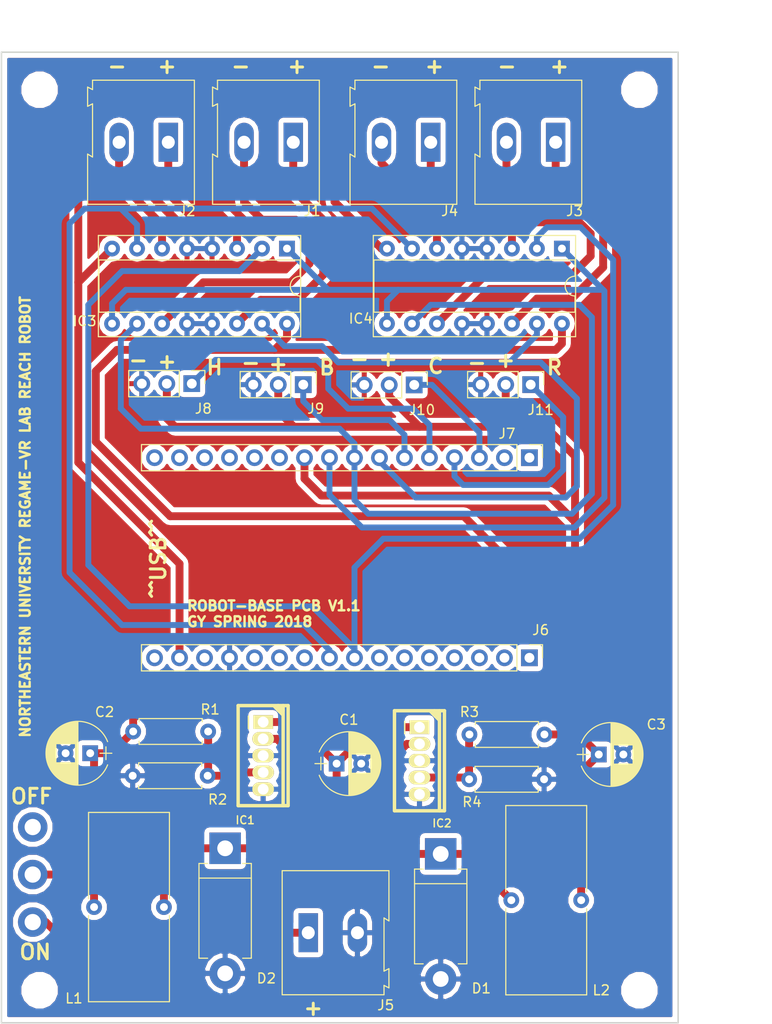
<source format=kicad_pcb>
(kicad_pcb (version 4) (host pcbnew 4.0.7)
  (layers (0 F.Cu signal) (31 B.Cu signal) (34 B.Paste user hide) (35 F.Paste user hide) (36 B.SilkS user) (37 F.SilkS user) (38 B.Mask user) (39 F.Mask user) (44 Edge.Cuts user))
  (net 0 "")
  (net 1 "Net-(C1-Pad1)")
  (net 2 GND)
  (net 3 IC1_7.4V)
  (net 4 IC2_5V)
  (net 5 "Net-(IC1-Pad4)")
  (net 6 WHEEL_EN)
  (net 7 LEFT_FORWARD)
  (net 8 "Net-(IC3-Pad3)")
  (net 9 "Net-(IC3-Pad6)")
  (net 10 LEFT_BACKWARDS)
  (net 11 RIGHT_BACKWARDS)
  (net 12 "Net-(IC3-Pad11)")
  (net 13 "Net-(IC3-Pad14)")
  (net 14 RIGHT_FORWARD)
  (net 15 "Net-(IC4-Pad3)")
  (net 16 "Net-(IC4-Pad6)")
  (net 17 "Net-(IC4-Pad11)")
  (net 18 "Net-(IC4-Pad14)")
  (net 19 "Net-(J6-Pad1)")
  (net 20 "Net-(J6-Pad2)")
  (net 21 "Net-(J6-Pad3)")
  (net 22 "Net-(J6-Pad4)")
  (net 23 "Net-(J6-Pad5)")
  (net 24 "Net-(J6-Pad6)")
  (net 25 "Net-(J6-Pad7)")
  (net 26 "Net-(J6-Pad10)")
  (net 27 "Net-(J6-Pad11)")
  (net 28 "Net-(J6-Pad12)")
  (net 29 "Net-(J6-Pad14)")
  (net 30 "Net-(J6-Pad16)")
  (net 31 "Net-(J7-Pad1)")
  (net 32 "Net-(J7-Pad2)")
  (net 33 "Net-(J7-Pad11)")
  (net 34 "Net-(J7-Pad13)")
  (net 35 "Net-(J7-Pad14)")
  (net 36 "Net-(J7-Pad15)")
  (net 37 "Net-(J7-Pad16)")
  (net 38 "Net-(D1-Pad1)")
  (net 39 "Net-(D2-Pad1)")
  (net 40 "Net-(IC2-Pad4)")
  (net 41 MC_3.3V)
  (net 42 "Net-(J7-Pad12)")
  (net 43 "Net-(J5-Pad1)")
  (net 44 CLAW_SERVO_PWM)
  (net 45 REACH_SERVO_PWM)
  (net 46 HEIGHT_SERVO_PWM)
  (net 47 BASE_SERVO_PWM)
  (net 48 "Net-(SW1-Pad3)")
  (module Mounting_Holes:MountingHole_2.7mm_M2.5 (layer F.Cu) (at 104.013 131.191)
    (fp_text reference REF** hide)
    (fp_text value MountingHole_2.7mm_M2.5 hide)
    (pad 1 np_thru_hole circle (at 0 0) (size 2.7 2.7) (drill 2.7) (layers *.Cu *.Mask))
  )
  (module Mounting_Holes:MountingHole_2.7mm_M2.5 (layer F.Cu) (at 164.973 131.191)
    (fp_text reference REF** hide)
    (fp_text value MountingHole_2.7mm_M2.5 hide)
    (pad 1 np_thru_hole circle (at 0 0) (size 2.7 2.7) (drill 2.7) (layers *.Cu *.Mask))
  )
  (module Mounting_Holes:MountingHole_2.7mm_M2.5 (layer F.Cu) (at 164.973 39.751)
    (fp_text reference REF** hide)
    (fp_text value MountingHole_2.7mm_M2.5 hide)
    (pad 1 np_thru_hole circle (at 0 0) (size 2.7 2.7) (drill 2.7) (layers *.Cu *.Mask))
  )
  (module Custom:TO-220-5 (layer F.Cu) (at 142.621 107.8865 270)
    (fp_text reference IC2 (at 6.35 -2.286 360) (layer F.SilkS) (effects (font (size 0.8 0.8))))
    (fp_text value LM2576 hide)
    (pad 5 thru_hole oval (at 3.41 0 270) (size 1.4 2.2) (drill 1.1) (layers *.Cu *.Mask F.SilkS) (net 2 GND))
    (pad 4 thru_hole oval (at 1.705 0 270) (size 1.4 2.2) (drill 1.1) (layers *.Cu *.Mask F.SilkS) (net 40 "Net-(IC2-Pad4)"))
    (pad 2 thru_hole oval (at -1.705 0 270) (size 1.4 2.2) (drill 1.1) (layers *.Cu *.Mask F.SilkS) (net 38 "Net-(D1-Pad1)"))
    (pad 1 thru_hole rect (at -3.41 0 270) (size 1.4 2) (drill 1.1) (layers *.Cu *.Mask F.SilkS) (net 1 "Net-(C1-Pad1)"))
    (pad 3 thru_hole oval (at 0 0 270) (size 1.4 2.2) (drill 1.1) (layers *.Cu *.Mask F.SilkS) (net 2 GND))
  )
  (module Inductors_THT:L_Toroid_Vertical_L19.1mm_W8.1mm_P7.10mm_Bourns_5700 (layer F.Cu) (at 116.6495 122.7455 270)
    (fp_text reference L1 (at 9.271 9.144 360) (layer F.SilkS))
    (fp_text value 330μH hide)
    (pad 1 thru_hole circle (at 0 0 270) (size 1.6 1.6) (drill 0.8) (layers *.Cu *.Mask) (net 39 "Net-(D2-Pad1)"))
    (pad 2 thru_hole circle (at 0 7.1 270) (size 1.6 1.6) (drill 0.8) (layers *.Cu *.Mask) (net 3 IC1_7.4V))
  )
  (module Mounting_Holes:MountingHole_2.7mm_M2.5 (layer F.Cu) (at 104.013 39.751)
    (fp_text reference REF** hide)
    (fp_text value MountingHole_2.7mm_M2.5 hide)
    (pad 1 np_thru_hole circle (at 0 0) (size 2.7 2.7) (drill 2.7) (layers *.Cu *.Mask))
  )
  (module Capacitors_THT:CP_Radial_D6.3mm_P2.50mm (layer F.Cu) (at 134.2009 108.1786)
    (fp_text reference C1 (at 1.25 -4.46) (layer F.SilkS))
    (fp_text value 100μF hide)
    (pad 1 thru_hole rect (at 0 0) (size 1.6 1.6) (drill 0.8) (layers *.Cu *.Mask) (net 1 "Net-(C1-Pad1)"))
    (pad 2 thru_hole circle (at 2.5 0) (size 1.6 1.6) (drill 0.8) (layers *.Cu *.Mask) (net 2 GND))
  )
  (module Capacitors_THT:CP_Radial_D6.3mm_P2.50mm (layer F.Cu) (at 109.1565 107.1245 180)
    (fp_text reference C2 (at -1.4605 4.191 180) (layer F.SilkS))
    (fp_text value 1000μF hide)
    (pad 1 thru_hole rect (at 0 0 180) (size 1.6 1.6) (drill 0.8) (layers *.Cu *.Mask) (net 3 IC1_7.4V))
    (pad 2 thru_hole circle (at 2.5 0 180) (size 1.6 1.6) (drill 0.8) (layers *.Cu *.Mask) (net 2 GND))
  )
  (module Capacitors_THT:CP_Radial_D6.3mm_P2.50mm (layer F.Cu) (at 160.8455 107.2515)
    (fp_text reference C3 (at 5.842 -3.048) (layer F.SilkS))
    (fp_text value 1000μF hide)
    (pad 1 thru_hole rect (at 0 0) (size 1.6 1.6) (drill 0.8) (layers *.Cu *.Mask) (net 4 IC2_5V))
    (pad 2 thru_hole circle (at 2.5 0) (size 1.6 1.6) (drill 0.8) (layers *.Cu *.Mask) (net 2 GND))
  )
  (module Custom:TO-220-5 (layer F.Cu) (at 126.7333 107.3658 270)
    (fp_text reference IC1 (at 6.5532 1.8288 360) (layer F.SilkS) (effects (font (size 0.8 0.8))))
    (fp_text value LM2576 hide)
    (pad 5 thru_hole oval (at 3.41 0 270) (size 1.4 2.2) (drill 1.1) (layers *.Cu *.Mask F.SilkS) (net 2 GND))
    (pad 4 thru_hole oval (at 1.705 0 270) (size 1.4 2.2) (drill 1.1) (layers *.Cu *.Mask F.SilkS) (net 5 "Net-(IC1-Pad4)"))
    (pad 2 thru_hole oval (at -1.705 0 270) (size 1.4 2.2) (drill 1.1) (layers *.Cu *.Mask F.SilkS) (net 39 "Net-(D2-Pad1)"))
    (pad 1 thru_hole rect (at -3.41 0 270) (size 1.4 2) (drill 1.1) (layers *.Cu *.Mask F.SilkS) (net 1 "Net-(C1-Pad1)"))
    (pad 3 thru_hole oval (at 0 0 270) (size 1.4 2.2) (drill 1.1) (layers *.Cu *.Mask F.SilkS) (net 2 GND))
  )
  (module Connectors_Terminal_Blocks:TerminalBlock_Altech_AK300-2_P5.00mm (layer F.Cu) (at 129.794 45.085 180)
    (fp_text reference J1 (at -1.92 -6.99 180) (layer F.SilkS))
    (fp_text value Screw_Terminal_01x02 hide)
    (pad 1 thru_hole rect (at 0 0 180) (size 1.98 3.96) (drill 1.32) (layers *.Cu *.Mask) (net 13 "Net-(IC3-Pad14)"))
    (pad 2 thru_hole oval (at 5 0 180) (size 1.98 3.96) (drill 1.32) (layers *.Cu *.Mask) (net 12 "Net-(IC3-Pad11)"))
  )
  (module Connectors_Terminal_Blocks:TerminalBlock_Altech_AK300-2_P5.00mm (layer F.Cu) (at 117.094 45.085 180)
    (fp_text reference J2 (at -1.92 -6.99 180) (layer F.SilkS))
    (fp_text value Screw_Terminal_01x02 hide)
    (pad 1 thru_hole rect (at 0 0 180) (size 1.98 3.96) (drill 1.32) (layers *.Cu *.Mask) (net 8 "Net-(IC3-Pad3)"))
    (pad 2 thru_hole oval (at 5 0 180) (size 1.98 3.96) (drill 1.32) (layers *.Cu *.Mask) (net 9 "Net-(IC3-Pad6)"))
  )
  (module Connectors_Terminal_Blocks:TerminalBlock_Altech_AK300-2_P5.00mm (layer F.Cu) (at 156.464 45.085 180)
    (fp_text reference J3 (at -1.92 -6.99 180) (layer F.SilkS))
    (fp_text value Screw_Terminal_01x02 hide)
    (pad 1 thru_hole rect (at 0 0 180) (size 1.98 3.96) (drill 1.32) (layers *.Cu *.Mask) (net 18 "Net-(IC4-Pad14)"))
    (pad 2 thru_hole oval (at 5 0 180) (size 1.98 3.96) (drill 1.32) (layers *.Cu *.Mask) (net 17 "Net-(IC4-Pad11)"))
  )
  (module Connectors_Terminal_Blocks:TerminalBlock_Altech_AK300-2_P5.00mm (layer F.Cu) (at 143.764 45.085 180)
    (fp_text reference J4 (at -1.92 -6.99 180) (layer F.SilkS))
    (fp_text value Screw_Terminal_01x02 hide)
    (pad 1 thru_hole rect (at 0 0 180) (size 1.98 3.96) (drill 1.32) (layers *.Cu *.Mask) (net 15 "Net-(IC4-Pad3)"))
    (pad 2 thru_hole oval (at 5 0 180) (size 1.98 3.96) (drill 1.32) (layers *.Cu *.Mask) (net 16 "Net-(IC4-Pad6)"))
  )
  (module Connectors_Terminal_Blocks:TerminalBlock_Altech_AK300-2_P5.00mm (layer F.Cu) (at 131.318 125.349)
    (fp_text reference J5 (at 7.874 7.366) (layer F.SilkS))
    (fp_text value Screw_Terminal_01x02 hide)
    (pad 1 thru_hole rect (at 0 0) (size 1.98 3.96) (drill 1.32) (layers *.Cu *.Mask) (net 43 "Net-(J5-Pad1)"))
    (pad 2 thru_hole oval (at 5 0) (size 1.98 3.96) (drill 1.32) (layers *.Cu *.Mask) (net 2 GND))
  )
  (module Socket_Strips:Socket_Strip_Straight_1x16_Pitch2.54mm (layer F.Cu) (at 153.797 97.4344 270)
    (fp_text reference J6 (at -2.8194 -1.143 360) (layer F.SilkS))
    (fp_text value Conn_01x16_Female hide)
    (pad 1 thru_hole rect (at 0 0 270) (size 1.7 1.7) (drill 1) (layers *.Cu *.Mask) (net 19 "Net-(J6-Pad1)"))
    (pad 2 thru_hole oval (at 0 2.54 270) (size 1.7 1.7) (drill 1) (layers *.Cu *.Mask) (net 20 "Net-(J6-Pad2)"))
    (pad 3 thru_hole oval (at 0 5.08 270) (size 1.7 1.7) (drill 1) (layers *.Cu *.Mask) (net 21 "Net-(J6-Pad3)"))
    (pad 4 thru_hole oval (at 0 7.62 270) (size 1.7 1.7) (drill 1) (layers *.Cu *.Mask) (net 22 "Net-(J6-Pad4)"))
    (pad 5 thru_hole oval (at 0 10.16 270) (size 1.7 1.7) (drill 1) (layers *.Cu *.Mask) (net 23 "Net-(J6-Pad5)"))
    (pad 6 thru_hole oval (at 0 12.7 270) (size 1.7 1.7) (drill 1) (layers *.Cu *.Mask) (net 24 "Net-(J6-Pad6)"))
    (pad 7 thru_hole oval (at 0 15.24 270) (size 1.7 1.7) (drill 1) (layers *.Cu *.Mask) (net 25 "Net-(J6-Pad7)"))
    (pad 8 thru_hole oval (at 0 17.78 270) (size 1.7 1.7) (drill 1) (layers *.Cu *.Mask) (net 7 LEFT_FORWARD))
    (pad 9 thru_hole oval (at 0 20.32 270) (size 1.7 1.7) (drill 1) (layers *.Cu *.Mask) (net 10 LEFT_BACKWARDS))
    (pad 10 thru_hole oval (at 0 22.86 270) (size 1.7 1.7) (drill 1) (layers *.Cu *.Mask) (net 26 "Net-(J6-Pad10)"))
    (pad 11 thru_hole oval (at 0 25.4 270) (size 1.7 1.7) (drill 1) (layers *.Cu *.Mask) (net 27 "Net-(J6-Pad11)"))
    (pad 12 thru_hole oval (at 0 27.94 270) (size 1.7 1.7) (drill 1) (layers *.Cu *.Mask) (net 28 "Net-(J6-Pad12)"))
    (pad 13 thru_hole oval (at 0 30.48 270) (size 1.7 1.7) (drill 1) (layers *.Cu *.Mask) (net 2 GND))
    (pad 14 thru_hole oval (at 0 33.02 270) (size 1.7 1.7) (drill 1) (layers *.Cu *.Mask) (net 29 "Net-(J6-Pad14)"))
    (pad 15 thru_hole oval (at 0 35.56 270) (size 1.7 1.7) (drill 1) (layers *.Cu *.Mask) (net 41 MC_3.3V))
    (pad 16 thru_hole oval (at 0 38.1 270) (size 1.7 1.7) (drill 1) (layers *.Cu *.Mask) (net 30 "Net-(J6-Pad16)"))
  )
  (module Socket_Strips:Socket_Strip_Straight_1x16_Pitch2.54mm (layer F.Cu) (at 153.797 77.1144 270)
    (fp_text reference J7 (at -2.4384 2.286 360) (layer F.SilkS))
    (fp_text value Conn_01x16_Female hide)
    (pad 1 thru_hole rect (at 0 0 270) (size 1.7 1.7) (drill 1) (layers *.Cu *.Mask) (net 31 "Net-(J7-Pad1)"))
    (pad 2 thru_hole oval (at 0 2.54 270) (size 1.7 1.7) (drill 1) (layers *.Cu *.Mask) (net 32 "Net-(J7-Pad2)"))
    (pad 3 thru_hole oval (at 0 5.08 270) (size 1.7 1.7) (drill 1) (layers *.Cu *.Mask) (net 44 CLAW_SERVO_PWM))
    (pad 4 thru_hole oval (at 0 7.62 270) (size 1.7 1.7) (drill 1) (layers *.Cu *.Mask) (net 45 REACH_SERVO_PWM))
    (pad 5 thru_hole oval (at 0 10.16 270) (size 1.7 1.7) (drill 1) (layers *.Cu *.Mask) (net 46 HEIGHT_SERVO_PWM))
    (pad 6 thru_hole oval (at 0 12.7 270) (size 1.7 1.7) (drill 1) (layers *.Cu *.Mask) (net 47 BASE_SERVO_PWM))
    (pad 7 thru_hole oval (at 0 15.24 270) (size 1.7 1.7) (drill 1) (layers *.Cu *.Mask) (net 14 RIGHT_FORWARD))
    (pad 8 thru_hole oval (at 0 17.78 270) (size 1.7 1.7) (drill 1) (layers *.Cu *.Mask) (net 11 RIGHT_BACKWARDS))
    (pad 9 thru_hole oval (at 0 20.32 270) (size 1.7 1.7) (drill 1) (layers *.Cu *.Mask) (net 6 WHEEL_EN))
    (pad 10 thru_hole oval (at 0 22.86 270) (size 1.7 1.7) (drill 1) (layers *.Cu *.Mask) (net 4 IC2_5V))
    (pad 11 thru_hole oval (at 0 25.4 270) (size 1.7 1.7) (drill 1) (layers *.Cu *.Mask) (net 33 "Net-(J7-Pad11)"))
    (pad 12 thru_hole oval (at 0 27.94 270) (size 1.7 1.7) (drill 1) (layers *.Cu *.Mask) (net 42 "Net-(J7-Pad12)"))
    (pad 13 thru_hole oval (at 0 30.48 270) (size 1.7 1.7) (drill 1) (layers *.Cu *.Mask) (net 34 "Net-(J7-Pad13)"))
    (pad 14 thru_hole oval (at 0 33.02 270) (size 1.7 1.7) (drill 1) (layers *.Cu *.Mask) (net 35 "Net-(J7-Pad14)"))
    (pad 15 thru_hole oval (at 0 35.56 270) (size 1.7 1.7) (drill 1) (layers *.Cu *.Mask) (net 36 "Net-(J7-Pad15)"))
    (pad 16 thru_hole oval (at 0 38.1 270) (size 1.7 1.7) (drill 1) (layers *.Cu *.Mask) (net 37 "Net-(J7-Pad16)"))
  )
  (module Resistors_THT:R_Axial_DIN0207_L6.3mm_D2.5mm_P7.62mm_Horizontal (layer F.Cu) (at 113.5253 104.9147)
    (fp_text reference R1 (at 7.8232 -2.2352 180) (layer F.SilkS))
    (fp_text value 5.10k hide)
    (pad 1 thru_hole circle (at 0 0) (size 1.6 1.6) (drill 0.8) (layers *.Cu *.Mask) (net 3 IC1_7.4V))
    (pad 2 thru_hole oval (at 7.62 0) (size 1.6 1.6) (drill 0.8) (layers *.Cu *.Mask) (net 5 "Net-(IC1-Pad4)"))
  )
  (module Resistors_THT:R_Axial_DIN0207_L6.3mm_D2.5mm_P7.62mm_Horizontal (layer F.Cu) (at 121.0945 109.4105 180)
    (fp_text reference R2 (at -1.016 -2.413 360) (layer F.SilkS))
    (fp_text value 1k hide)
    (pad 1 thru_hole circle (at 0 0 180) (size 1.6 1.6) (drill 0.8) (layers *.Cu *.Mask) (net 5 "Net-(IC1-Pad4)"))
    (pad 2 thru_hole oval (at 7.62 0 180) (size 1.6 1.6) (drill 0.8) (layers *.Cu *.Mask) (net 2 GND))
  )
  (module Housings_DIP:DIP-16_W7.62mm_Socket (layer F.Cu) (at 157.099 55.88 270)
    (fp_text reference IC4 (at 7.112 20.447 360) (layer F.SilkS))
    (fp_text value L293D hide)
    (pad 1 thru_hole rect (at 0 0 270) (size 1.6 1.6) (drill 0.8) (layers *.Cu *.Mask) (net 6 WHEEL_EN))
    (pad 9 thru_hole oval (at 7.62 17.78 270) (size 1.6 1.6) (drill 0.8) (layers *.Cu *.Mask) (net 6 WHEEL_EN))
    (pad 2 thru_hole oval (at 0 2.54 270) (size 1.6 1.6) (drill 0.8) (layers *.Cu *.Mask) (net 7 LEFT_FORWARD))
    (pad 10 thru_hole oval (at 7.62 15.24 270) (size 1.6 1.6) (drill 0.8) (layers *.Cu *.Mask) (net 11 RIGHT_BACKWARDS))
    (pad 3 thru_hole oval (at 0 5.08 270) (size 1.6 1.6) (drill 0.8) (layers *.Cu *.Mask) (net 15 "Net-(IC4-Pad3)"))
    (pad 11 thru_hole oval (at 7.62 12.7 270) (size 1.6 1.6) (drill 0.8) (layers *.Cu *.Mask) (net 17 "Net-(IC4-Pad11)"))
    (pad 4 thru_hole oval (at 0 7.62 270) (size 1.6 1.6) (drill 0.8) (layers *.Cu *.Mask) (net 2 GND))
    (pad 12 thru_hole oval (at 7.62 10.16 270) (size 1.6 1.6) (drill 0.8) (layers *.Cu *.Mask) (net 2 GND))
    (pad 5 thru_hole oval (at 0 10.16 270) (size 1.6 1.6) (drill 0.8) (layers *.Cu *.Mask) (net 2 GND))
    (pad 13 thru_hole oval (at 7.62 7.62 270) (size 1.6 1.6) (drill 0.8) (layers *.Cu *.Mask) (net 2 GND))
    (pad 6 thru_hole oval (at 0 12.7 270) (size 1.6 1.6) (drill 0.8) (layers *.Cu *.Mask) (net 16 "Net-(IC4-Pad6)"))
    (pad 14 thru_hole oval (at 7.62 5.08 270) (size 1.6 1.6) (drill 0.8) (layers *.Cu *.Mask) (net 18 "Net-(IC4-Pad14)"))
    (pad 7 thru_hole oval (at 0 15.24 270) (size 1.6 1.6) (drill 0.8) (layers *.Cu *.Mask) (net 10 LEFT_BACKWARDS))
    (pad 15 thru_hole oval (at 7.62 2.54 270) (size 1.6 1.6) (drill 0.8) (layers *.Cu *.Mask) (net 14 RIGHT_FORWARD))
    (pad 8 thru_hole oval (at 0 17.78 270) (size 1.6 1.6) (drill 0.8) (layers *.Cu *.Mask) (net 41 MC_3.3V))
    (pad 16 thru_hole oval (at 7.62 0 270) (size 1.6 1.6) (drill 0.8) (layers *.Cu *.Mask) (net 3 IC1_7.4V))
  )
  (module Housings_DIP:DIP-16_W7.62mm_Socket (layer F.Cu) (at 129.159 55.88 270)
    (fp_text reference IC3 (at 7.366 20.574 360) (layer F.SilkS))
    (fp_text value L293D hide)
    (pad 1 thru_hole rect (at 0 0 270) (size 1.6 1.6) (drill 0.8) (layers *.Cu *.Mask) (net 6 WHEEL_EN))
    (pad 9 thru_hole oval (at 7.62 17.78 270) (size 1.6 1.6) (drill 0.8) (layers *.Cu *.Mask) (net 6 WHEEL_EN))
    (pad 2 thru_hole oval (at 0 2.54 270) (size 1.6 1.6) (drill 0.8) (layers *.Cu *.Mask) (net 7 LEFT_FORWARD))
    (pad 10 thru_hole oval (at 7.62 15.24 270) (size 1.6 1.6) (drill 0.8) (layers *.Cu *.Mask) (net 11 RIGHT_BACKWARDS))
    (pad 3 thru_hole oval (at 0 5.08 270) (size 1.6 1.6) (drill 0.8) (layers *.Cu *.Mask) (net 8 "Net-(IC3-Pad3)"))
    (pad 11 thru_hole oval (at 7.62 12.7 270) (size 1.6 1.6) (drill 0.8) (layers *.Cu *.Mask) (net 12 "Net-(IC3-Pad11)"))
    (pad 4 thru_hole oval (at 0 7.62 270) (size 1.6 1.6) (drill 0.8) (layers *.Cu *.Mask) (net 2 GND))
    (pad 12 thru_hole oval (at 7.62 10.16 270) (size 1.6 1.6) (drill 0.8) (layers *.Cu *.Mask) (net 2 GND))
    (pad 5 thru_hole oval (at 0 10.16 270) (size 1.6 1.6) (drill 0.8) (layers *.Cu *.Mask) (net 2 GND))
    (pad 13 thru_hole oval (at 7.62 7.62 270) (size 1.6 1.6) (drill 0.8) (layers *.Cu *.Mask) (net 2 GND))
    (pad 6 thru_hole oval (at 0 12.7 270) (size 1.6 1.6) (drill 0.8) (layers *.Cu *.Mask) (net 9 "Net-(IC3-Pad6)"))
    (pad 14 thru_hole oval (at 7.62 5.08 270) (size 1.6 1.6) (drill 0.8) (layers *.Cu *.Mask) (net 13 "Net-(IC3-Pad14)"))
    (pad 7 thru_hole oval (at 0 15.24 270) (size 1.6 1.6) (drill 0.8) (layers *.Cu *.Mask) (net 10 LEFT_BACKWARDS))
    (pad 15 thru_hole oval (at 7.62 2.54 270) (size 1.6 1.6) (drill 0.8) (layers *.Cu *.Mask) (net 14 RIGHT_FORWARD))
    (pad 8 thru_hole oval (at 0 17.78 270) (size 1.6 1.6) (drill 0.8) (layers *.Cu *.Mask) (net 41 MC_3.3V))
    (pad 16 thru_hole oval (at 7.62 0 270) (size 1.6 1.6) (drill 0.8) (layers *.Cu *.Mask) (net 3 IC1_7.4V))
  )
  (module Diodes_THT:D_DO-201AD_P12.70mm_Horizontal (layer F.Cu) (at 144.78 117.348 270)
    (fp_text reference D1 (at 13.6525 -4.1275 360) (layer F.SilkS))
    (fp_text value SCHOTTKY-DIODE hide)
    (pad 1 thru_hole rect (at 0 0 270) (size 3.2 3.2) (drill 1.6) (layers *.Cu *.Mask) (net 38 "Net-(D1-Pad1)"))
    (pad 2 thru_hole oval (at 12.7 0 270) (size 3.2 3.2) (drill 1.6) (layers *.Cu *.Mask) (net 2 GND))
  )
  (module Diodes_THT:D_DO-201AD_P12.70mm_Horizontal (layer F.Cu) (at 122.8725 116.7765 270)
    (fp_text reference D2 (at 13.208 -4.191 360) (layer F.SilkS))
    (fp_text value SCHOTTKY-DIODE hide)
    (pad 1 thru_hole rect (at 0 0 270) (size 3.2 3.2) (drill 1.6) (layers *.Cu *.Mask) (net 39 "Net-(D2-Pad1)"))
    (pad 2 thru_hole oval (at 12.7 0 270) (size 3.2 3.2) (drill 1.6) (layers *.Cu *.Mask) (net 2 GND))
  )
  (module Pin_Headers:Pin_Header_Straight_1x03_Pitch2.54mm (layer F.Cu) (at 119.4816 69.596 270)
    (fp_text reference J8 (at 2.54 -1.1684 360) (layer F.SilkS))
    (fp_text value Conn_01x03_Male hide)
    (pad 1 thru_hole rect (at 0 0 270) (size 1.7 1.7) (drill 1) (layers *.Cu *.Mask) (net 46 HEIGHT_SERVO_PWM))
    (pad 2 thru_hole oval (at 0 2.54 270) (size 1.7 1.7) (drill 1) (layers *.Cu *.Mask) (net 4 IC2_5V))
    (pad 3 thru_hole oval (at 0 5.08 270) (size 1.7 1.7) (drill 1) (layers *.Cu *.Mask) (net 2 GND))
  )
  (module Pin_Headers:Pin_Header_Straight_1x03_Pitch2.54mm (layer F.Cu) (at 130.81 69.6976 270)
    (fp_text reference J9 (at 2.4384 -1.27 360) (layer F.SilkS))
    (fp_text value Conn_01x03_Male hide)
    (pad 1 thru_hole rect (at 0 0 270) (size 1.7 1.7) (drill 1) (layers *.Cu *.Mask) (net 47 BASE_SERVO_PWM))
    (pad 2 thru_hole oval (at 0 2.54 270) (size 1.7 1.7) (drill 1) (layers *.Cu *.Mask) (net 4 IC2_5V))
    (pad 3 thru_hole oval (at 0 5.08 270) (size 1.7 1.7) (drill 1) (layers *.Cu *.Mask) (net 2 GND))
  )
  (module Pin_Headers:Pin_Header_Straight_1x03_Pitch2.54mm (layer F.Cu) (at 142.0876 69.723 270)
    (fp_text reference J10 (at 2.54 -0.7874 360) (layer F.SilkS))
    (fp_text value Conn_01x03_Male hide)
    (pad 1 thru_hole rect (at 0 0 270) (size 1.7 1.7) (drill 1) (layers *.Cu *.Mask) (net 44 CLAW_SERVO_PWM))
    (pad 2 thru_hole oval (at 0 2.54 270) (size 1.7 1.7) (drill 1) (layers *.Cu *.Mask) (net 4 IC2_5V))
    (pad 3 thru_hole oval (at 0 5.08 270) (size 1.7 1.7) (drill 1) (layers *.Cu *.Mask) (net 2 GND))
  )
  (module Pin_Headers:Pin_Header_Straight_1x03_Pitch2.54mm (layer F.Cu) (at 153.924 69.6976 270)
    (fp_text reference J11 (at 2.5654 -1.016 360) (layer F.SilkS))
    (fp_text value Conn_01x03_Male hide)
    (pad 1 thru_hole rect (at 0 0 270) (size 1.7 1.7) (drill 1) (layers *.Cu *.Mask) (net 45 REACH_SERVO_PWM))
    (pad 2 thru_hole oval (at 0 2.54 270) (size 1.7 1.7) (drill 1) (layers *.Cu *.Mask) (net 4 IC2_5V))
    (pad 3 thru_hole oval (at 0 5.08 270) (size 1.7 1.7) (drill 1) (layers *.Cu *.Mask) (net 2 GND))
  )
  (module Inductors_THT:L_Toroid_Vertical_L19.1mm_W8.1mm_P7.10mm_Bourns_5700 (layer F.Cu) (at 151.9555 122.047 90)
    (fp_text reference L2 (at -9.144 9.144 180) (layer F.SilkS))
    (fp_text value 330μH hide)
    (pad 1 thru_hole circle (at 0 0 90) (size 1.6 1.6) (drill 0.8) (layers *.Cu *.Mask) (net 38 "Net-(D1-Pad1)"))
    (pad 2 thru_hole circle (at 0 7.1 90) (size 1.6 1.6) (drill 0.8) (layers *.Cu *.Mask) (net 4 IC2_5V))
  )
  (module Resistors_THT:R_Axial_DIN0207_L6.3mm_D2.5mm_P7.62mm_Horizontal (layer F.Cu) (at 155.321 105.2195 180)
    (fp_text reference R3 (at 7.62 2.286 180) (layer F.SilkS))
    (fp_text value 3.00k hide)
    (pad 1 thru_hole circle (at 0 0 180) (size 1.6 1.6) (drill 0.8) (layers *.Cu *.Mask) (net 4 IC2_5V))
    (pad 2 thru_hole oval (at 7.62 0 180) (size 1.6 1.6) (drill 0.8) (layers *.Cu *.Mask) (net 40 "Net-(IC2-Pad4)"))
  )
  (module Resistors_THT:R_Axial_DIN0207_L6.3mm_D2.5mm_P7.62mm_Horizontal (layer F.Cu) (at 147.66925 109.770001)
    (fp_text reference R4 (at 0.28575 2.307499) (layer F.SilkS))
    (fp_text value 1k hide)
    (pad 1 thru_hole circle (at 0 0) (size 1.6 1.6) (drill 0.8) (layers *.Cu *.Mask) (net 40 "Net-(IC2-Pad4)"))
    (pad 2 thru_hole oval (at 7.62 0) (size 1.6 1.6) (drill 0.8) (layers *.Cu *.Mask) (net 2 GND))
  )
  (module "Custom footprints:L102021ML04Q_SPDT" (layer F.Cu) (at 108.6485 119.4435 180)
    (fp_text reference SW1 hide)
    (fp_text value SW_SPDT hide)
    (pad 1 thru_hole circle (at 5.334 -4.826 180) (size 3 3) (drill 1.65) (layers *.Cu *.Mask) (net 1 "Net-(C1-Pad1)"))
    (pad 2 thru_hole circle (at 5.334 0 180) (size 3 3) (drill 1.65) (layers *.Cu *.Mask) (net 43 "Net-(J5-Pad1)"))
    (pad 3 thru_hole circle (at 5.334 4.826 180) (size 3 3) (drill 1.65) (layers *.Cu *.Mask) (net 48 "Net-(SW1-Pad3)"))
  )
  (gr_text OFF (at 103.1875 111.506) (layer F.SilkS) (effects (font (size 1.5 1.5) (thickness 0.3))))
  (gr_text ON (at 103.5685 127.3175) (layer F.SilkS) (effects (font (size 1.5 1.5) (thickness 0.3))))
  (gr_text "NORTHEASTERN UNIVERSITY REGAME-VR LAB REACH ROBOT" (at 102.5525 105.664 90) (layer F.SilkS) (effects (font (size 1 1) (thickness 0.25)) (justify left)))
  (gr_line (start 168.91 35.941) (end 168.91 134.493) (angle 90) (layer Edge.Cuts) (width 0.15))
  (gr_line (start 100.1395 35.941) (end 168.91 35.941) (angle 90) (layer Edge.Cuts) (width 0.15))
  (gr_line (start 100.1395 134.493) (end 100.1395 35.941) (angle 90) (layer Edge.Cuts) (width 0.15))
  (gr_line (start 168.91 134.493) (end 100.1395 134.493) (angle 90) (layer Edge.Cuts) (width 0.15))
  (gr_text "ROBOT-BASE PCB V1.1\nGY SPRING 2018" (at 118.872 92.964) (layer F.SilkS) (effects (font (size 1 1) (thickness 0.25)) (justify left)))
  (gr_text - (at 111.887 37.338) (layer F.SilkS) (effects (font (size 1.5 1.5) (thickness 0.3))))
  (gr_text - (at 124.46 37.338) (layer F.SilkS) (effects (font (size 1.5 1.5) (thickness 0.3))))
  (gr_text - (at 138.684 37.338) (layer F.SilkS) (effects (font (size 1.5 1.5) (thickness 0.3))))
  (gr_text - (at 151.511 37.338) (layer F.SilkS) (effects (font (size 1.5 1.5) (thickness 0.3))))
  (gr_text C (at 144.272 67.818) (layer F.SilkS) (effects (font (size 1.5 1.5) (thickness 0.3))))
  (gr_text R (at 156.337 67.945) (layer F.SilkS) (effects (font (size 1.5 1.5) (thickness 0.3))))
  (gr_text B (at 133.223 67.945) (layer F.SilkS) (effects (font (size 1.5 1.5) (thickness 0.3))))
  (gr_text H (at 121.793 67.945) (layer F.SilkS) (effects (font (size 1.5 1.5) (thickness 0.3))))
  (gr_text + (at 131.826 132.969) (layer F.SilkS) (effects (font (size 1.5 1.5) (thickness 0.3))))
  (gr_text + (at 144.145 37.338) (layer F.SilkS) (effects (font (size 1.5 1.5) (thickness 0.3))))
  (gr_text + (at 156.845 37.338) (layer F.SilkS) (effects (font (size 1.5 1.5) (thickness 0.3))))
  (gr_text + (at 116.967 37.338) (layer F.SilkS) (effects (font (size 1.5 1.5) (thickness 0.3))))
  (gr_text + (at 130.175 37.338) (layer F.SilkS) (effects (font (size 1.5 1.5) (thickness 0.3))))
  (gr_text ^^USB^^ (at 116.078 87.376 90) (layer F.SilkS) (effects (font (size 1.5 1.5) (thickness 0.3))))
  (gr_text - (at 148.463 67.437) (layer F.SilkS) (effects (font (size 1.5 1.5) (thickness 0.3))))
  (gr_text - (at 136.525 67.056) (layer F.SilkS) (effects (font (size 1.5 1.5) (thickness 0.3))))
  (gr_text - (at 114.046 67.183) (layer F.SilkS) (effects (font (size 1.5 1.5) (thickness 0.3))))
  (gr_text + (at 151.384 67.183) (layer F.SilkS) (effects (font (size 1.5 1.5) (thickness 0.3))))
  (gr_text + (at 139.446 67.056) (layer F.SilkS) (effects (font (size 1.5 1.5) (thickness 0.3))))
  (gr_text + (at 116.967 67.31) (layer F.SilkS) (effects (font (size 1.5 1.5) (thickness 0.3))))
  (gr_text - (at 125.476 67.437) (layer F.SilkS) (effects (font (size 1.5 1.5) (thickness 0.3))))
  (gr_text + (at 128.27 67.564) (layer F.SilkS) (effects (font (size 1.5 1.5) (thickness 0.3))))
  (segment (start 103.3145 124.2695) (end 104.648 124.2695) (width 0.8) (layer F.Cu) (net 1))
  (segment (start 104.648 124.2695) (end 112.776 132.3975) (width 0.8) (layer F.Cu) (net 1))
  (segment (start 112.776 132.3975) (end 135.3185 132.3975) (width 0.8) (layer F.Cu) (net 1))
  (segment (start 135.3185 132.3975) (end 139.446 128.27) (width 0.8) (layer F.Cu) (net 1))
  (segment (start 139.446 128.27) (end 139.446 117.602) (width 0.8) (layer F.Cu) (net 1))
  (segment (start 139.446 117.602) (end 134.2009 112.3569) (width 0.8) (layer F.Cu) (net 1))
  (segment (start 134.2009 112.3569) (end 134.2009 108.1786) (width 0.8) (layer F.Cu) (net 1))
  (segment (start 129.9781 103.9558) (end 134.2009 108.1786) (width 0.8) (layer F.Cu) (net 1))
  (segment (start 126.7333 103.9558) (end 129.9781 103.9558) (width 0.8) (layer F.Cu) (net 1))
  (segment (start 142.621 104.4765) (end 137.903 104.4765) (width 0.8) (layer F.Cu) (net 1))
  (segment (start 137.903 104.4765) (end 134.2009 108.1786) (width 0.8) (layer F.Cu) (net 1))
  (segment (start 113.5253 104.9147) (end 113.5253 103.6447) (width 0.8) (layer F.Cu) (net 3))
  (segment (start 109.728 75.5015) (end 109.728 68.326) (width 0.8) (layer F.Cu) (net 3))
  (segment (start 117.2845 83.058) (end 109.728 75.5015) (width 0.8) (layer F.Cu) (net 3))
  (segment (start 147.1295 83.058) (end 117.2845 83.058) (width 0.8) (layer F.Cu) (net 3))
  (segment (start 156.5275 92.456) (end 147.1295 83.058) (width 0.8) (layer F.Cu) (net 3))
  (segment (start 156.5275 98.6155) (end 156.5275 92.456) (width 0.8) (layer F.Cu) (net 3))
  (segment (start 154.2415 100.9015) (end 156.5275 98.6155) (width 0.8) (layer F.Cu) (net 3))
  (segment (start 116.2685 100.9015) (end 154.2415 100.9015) (width 0.8) (layer F.Cu) (net 3))
  (segment (start 113.5253 103.6447) (end 116.2685 100.9015) (width 0.8) (layer F.Cu) (net 3))
  (segment (start 109.728 68.326) (end 111.887 66.167) (width 0.8) (layer F.Cu) (net 3))
  (segment (start 127.889 66.167) (end 111.887 66.167) (width 0.8) (layer F.Cu) (net 3))
  (segment (start 127.889 66.167) (end 156.464 66.167) (width 0.8) (layer F.Cu) (net 3))
  (segment (start 156.464 66.167) (end 157.099 65.532) (width 0.8) (layer F.Cu) (net 3))
  (segment (start 157.099 65.532) (end 157.099 63.5) (width 0.8) (layer F.Cu) (net 3))
  (segment (start 129.159 64.897) (end 129.159 63.5) (width 0.8) (layer F.Cu) (net 3))
  (segment (start 127.889 66.167) (end 129.159 64.897) (width 0.8) (layer F.Cu) (net 3))
  (segment (start 109.5495 122.7455) (end 109.5495 107.5175) (width 0.8) (layer F.Cu) (net 3))
  (segment (start 109.5495 107.5175) (end 109.1565 107.1245) (width 0.8) (layer F.Cu) (net 3))
  (segment (start 109.1565 107.1245) (end 111.3155 107.1245) (width 0.8) (layer F.Cu) (net 3))
  (segment (start 111.3155 107.1245) (end 113.5253 104.9147) (width 0.8) (layer F.Cu) (net 3))
  (segment (start 139.5476 69.723) (end 139.5476 70.9041) (width 0.8) (layer F.Cu) (net 4))
  (segment (start 139.5476 70.9041) (end 142.621 73.9775) (width 0.8) (layer F.Cu) (net 4))
  (segment (start 128.27 69.6976) (end 128.27 72.39) (width 0.8) (layer F.Cu) (net 4))
  (segment (start 128.27 72.39) (end 129.8575 73.9775) (width 0.8) (layer F.Cu) (net 4))
  (segment (start 151.384 69.6976) (end 151.384 72.3265) (width 0.8) (layer F.Cu) (net 4))
  (segment (start 151.384 72.3265) (end 153.035 73.9775) (width 0.8) (layer F.Cu) (net 4))
  (segment (start 116.9416 69.596) (end 116.9416 73.1266) (width 0.8) (layer F.Cu) (net 4))
  (segment (start 158.4325 76.962) (end 158.4325 83.6295) (width 0.8) (layer F.Cu) (net 4))
  (segment (start 155.448 73.9775) (end 158.4325 76.962) (width 0.8) (layer F.Cu) (net 4))
  (segment (start 117.7925 73.9775) (end 129.8575 73.9775) (width 0.8) (layer F.Cu) (net 4))
  (segment (start 129.8575 73.9775) (end 142.621 73.9775) (width 0.8) (layer F.Cu) (net 4))
  (segment (start 142.621 73.9775) (end 153.035 73.9775) (width 0.8) (layer F.Cu) (net 4))
  (segment (start 153.035 73.9775) (end 155.448 73.9775) (width 0.8) (layer F.Cu) (net 4))
  (segment (start 116.9416 73.1266) (end 117.7925 73.9775) (width 0.8) (layer F.Cu) (net 4))
  (segment (start 130.937 77.1144) (end 130.937 79.248) (width 0.8) (layer F.Cu) (net 4))
  (segment (start 158.4325 83.6295) (end 158.4325 105.2195) (width 0.8) (layer F.Cu) (net 4))
  (segment (start 155.7655 80.9625) (end 158.4325 83.6295) (width 0.8) (layer F.Cu) (net 4))
  (segment (start 132.6515 80.9625) (end 155.7655 80.9625) (width 0.8) (layer F.Cu) (net 4))
  (segment (start 130.937 79.248) (end 132.6515 80.9625) (width 0.8) (layer F.Cu) (net 4))
  (segment (start 155.321 105.2195) (end 158.4325 105.2195) (width 0.8) (layer F.Cu) (net 4))
  (segment (start 158.4325 105.2195) (end 158.8135 105.2195) (width 0.8) (layer F.Cu) (net 4))
  (segment (start 158.8135 105.2195) (end 160.8455 107.2515) (width 0.8) (layer F.Cu) (net 4))
  (segment (start 159.0555 122.047) (end 159.0555 109.0415) (width 0.8) (layer F.Cu) (net 4))
  (segment (start 159.0555 109.0415) (end 160.8455 107.2515) (width 0.8) (layer F.Cu) (net 4))
  (segment (start 121.0945 109.4105) (end 124.206 109.4105) (width 0.8) (layer F.Cu) (net 5))
  (segment (start 124.5457 109.0708) (end 126.7333 109.0708) (width 0.8) (layer F.Cu) (net 5))
  (segment (start 124.206 109.4105) (end 124.5457 109.0708) (width 0.8) (layer F.Cu) (net 5))
  (segment (start 121.1453 104.9147) (end 121.1453 109.3597) (width 0.8) (layer F.Cu) (net 5))
  (segment (start 121.1453 109.3597) (end 121.0945 109.4105) (width 0.8) (layer F.Cu) (net 5))
  (segment (start 111.379 61.468) (end 111.379 63.5) (width 0.6) (layer B.Cu) (net 6))
  (segment (start 112.776 60.071) (end 111.379 61.468) (width 0.6) (layer B.Cu) (net 6))
  (segment (start 133.477 60.071) (end 112.776 60.071) (width 0.6) (layer B.Cu) (net 6))
  (segment (start 133.477 60.071) (end 133.35 60.071) (width 0.6) (layer B.Cu) (net 6))
  (segment (start 140.462 60.071) (end 133.477 60.071) (width 0.6) (layer B.Cu) (net 6))
  (segment (start 133.35 60.071) (end 129.159 55.88) (width 0.6) (layer B.Cu) (net 6))
  (segment (start 161.29 60.071) (end 140.462 60.071) (width 0.6) (layer B.Cu) (net 6))
  (segment (start 139.319 61.214) (end 139.319 63.5) (width 0.6) (layer B.Cu) (net 6))
  (segment (start 140.462 60.071) (end 139.319 61.214) (width 0.6) (layer B.Cu) (net 6))
  (segment (start 133.477 77.1144) (end 133.477 80.899) (width 0.6) (layer B.Cu) (net 6))
  (segment (start 161.417 60.198) (end 161.29 60.071) (width 0.6) (layer B.Cu) (net 6))
  (segment (start 161.29 60.071) (end 157.099 55.88) (width 0.6) (layer B.Cu) (net 6))
  (segment (start 161.417 81.153) (end 161.417 60.198) (width 0.6) (layer B.Cu) (net 6))
  (segment (start 158.369 84.201) (end 161.417 81.153) (width 0.6) (layer B.Cu) (net 6))
  (segment (start 136.779 84.201) (end 158.369 84.201) (width 0.6) (layer B.Cu) (net 6))
  (segment (start 133.477 80.899) (end 136.779 84.201) (width 0.6) (layer B.Cu) (net 6))
  (segment (start 133.477 77.1144) (end 133.3754 77.1144) (width 0.4) (layer B.Cu) (net 6))
  (segment (start 154.559 55.88) (end 154.559 54.737) (width 0.6) (layer B.Cu) (net 7))
  (segment (start 136.017 88.265) (end 136.017 96.52) (width 0.6) (layer B.Cu) (net 7))
  (segment (start 138.938 85.344) (end 136.017 88.265) (width 0.6) (layer B.Cu) (net 7))
  (segment (start 158.877 85.344) (end 138.938 85.344) (width 0.6) (layer B.Cu) (net 7))
  (segment (start 162.306 81.915) (end 158.877 85.344) (width 0.6) (layer B.Cu) (net 7))
  (segment (start 162.306 57.023) (end 162.306 81.915) (width 0.6) (layer B.Cu) (net 7))
  (segment (start 159.004 53.721) (end 162.306 57.023) (width 0.6) (layer B.Cu) (net 7))
  (segment (start 155.575 53.721) (end 159.004 53.721) (width 0.6) (layer B.Cu) (net 7))
  (segment (start 154.559 54.737) (end 155.575 53.721) (width 0.6) (layer B.Cu) (net 7))
  (segment (start 136.017 97.4344) (end 136.017 96.52) (width 0.6) (layer B.Cu) (net 7))
  (segment (start 124.333 58.166) (end 126.619 55.88) (width 0.6) (layer B.Cu) (net 7))
  (segment (start 112.395 58.166) (end 124.333 58.166) (width 0.6) (layer B.Cu) (net 7))
  (segment (start 108.966 61.595) (end 112.395 58.166) (width 0.6) (layer B.Cu) (net 7))
  (segment (start 108.966 88.011) (end 108.966 61.595) (width 0.6) (layer B.Cu) (net 7))
  (segment (start 113.157 92.202) (end 108.966 88.011) (width 0.6) (layer B.Cu) (net 7))
  (segment (start 131.699 92.202) (end 113.157 92.202) (width 0.6) (layer B.Cu) (net 7))
  (segment (start 136.017 96.52) (end 131.699 92.202) (width 0.6) (layer B.Cu) (net 7))
  (segment (start 117.094 45.085) (end 117.094 50.292) (width 0.8) (layer F.Cu) (net 8))
  (segment (start 124.079 54.102) (end 124.079 55.88) (width 0.8) (layer F.Cu) (net 8))
  (segment (start 122.428 52.451) (end 124.079 54.102) (width 0.8) (layer F.Cu) (net 8))
  (segment (start 119.253 52.451) (end 122.428 52.451) (width 0.8) (layer F.Cu) (net 8))
  (segment (start 117.094 50.292) (end 119.253 52.451) (width 0.8) (layer F.Cu) (net 8))
  (segment (start 112.094 45.085) (end 112.094 49.102) (width 0.8) (layer F.Cu) (net 9))
  (segment (start 116.459 53.467) (end 116.459 55.88) (width 0.8) (layer F.Cu) (net 9))
  (segment (start 112.094 49.102) (end 116.459 53.467) (width 0.8) (layer F.Cu) (net 9))
  (segment (start 113.919 55.88) (end 113.919 53.467) (width 0.6) (layer B.Cu) (net 10))
  (segment (start 113.919 53.467) (end 112.268 51.816) (width 0.6) (layer B.Cu) (net 10))
  (segment (start 133.477 97.4344) (end 133.477 96.647) (width 0.6) (layer B.Cu) (net 10))
  (segment (start 133.477 96.647) (end 130.937 94.107) (width 0.6) (layer B.Cu) (net 10))
  (segment (start 130.937 94.107) (end 112.395 94.107) (width 0.6) (layer B.Cu) (net 10))
  (segment (start 112.395 94.107) (end 107.061 88.773) (width 0.6) (layer B.Cu) (net 10))
  (segment (start 107.061 88.773) (end 107.061 53.34) (width 0.6) (layer B.Cu) (net 10))
  (segment (start 107.061 53.34) (end 108.585 51.816) (width 0.6) (layer B.Cu) (net 10))
  (segment (start 108.585 51.816) (end 112.268 51.816) (width 0.6) (layer B.Cu) (net 10))
  (segment (start 112.268 51.816) (end 137.795 51.816) (width 0.6) (layer B.Cu) (net 10))
  (segment (start 137.795 51.816) (end 141.859 55.88) (width 0.6) (layer B.Cu) (net 10))
  (segment (start 136.017 77.1144) (end 136.017 75.692) (width 0.6) (layer B.Cu) (net 11))
  (segment (start 112.268 65.151) (end 113.919 63.5) (width 0.6) (layer B.Cu) (net 11))
  (segment (start 112.268 72.136) (end 112.268 65.151) (width 0.6) (layer B.Cu) (net 11))
  (segment (start 114.3 74.168) (end 112.268 72.136) (width 0.6) (layer B.Cu) (net 11))
  (segment (start 134.493 74.168) (end 114.3 74.168) (width 0.6) (layer B.Cu) (net 11))
  (segment (start 136.017 75.692) (end 134.493 74.168) (width 0.6) (layer B.Cu) (net 11))
  (segment (start 136.017 77.1144) (end 136.017 81.407) (width 0.6) (layer B.Cu) (net 11))
  (segment (start 143.764 61.595) (end 141.859 63.5) (width 0.6) (layer B.Cu) (net 11))
  (segment (start 158.877 61.595) (end 143.764 61.595) (width 0.6) (layer B.Cu) (net 11))
  (segment (start 160.147 62.865) (end 158.877 61.595) (width 0.6) (layer B.Cu) (net 11))
  (segment (start 160.147 80.772) (end 160.147 62.865) (width 0.6) (layer B.Cu) (net 11))
  (segment (start 158.115 82.804) (end 160.147 80.772) (width 0.6) (layer B.Cu) (net 11))
  (segment (start 137.414 82.804) (end 158.115 82.804) (width 0.6) (layer B.Cu) (net 11))
  (segment (start 136.017 81.407) (end 137.414 82.804) (width 0.6) (layer B.Cu) (net 11))
  (segment (start 124.794 45.085) (end 124.794 51.134) (width 0.8) (layer F.Cu) (net 12))
  (segment (start 120.65 59.309) (end 116.459 63.5) (width 0.8) (layer F.Cu) (net 12))
  (segment (start 129.54 59.309) (end 120.65 59.309) (width 0.8) (layer F.Cu) (net 12))
  (segment (start 131.445 57.404) (end 129.54 59.309) (width 0.8) (layer F.Cu) (net 12))
  (segment (start 131.445 54.356) (end 131.445 57.404) (width 0.8) (layer F.Cu) (net 12))
  (segment (start 130.048 52.959) (end 131.445 54.356) (width 0.8) (layer F.Cu) (net 12))
  (segment (start 126.619 52.959) (end 130.048 52.959) (width 0.8) (layer F.Cu) (net 12))
  (segment (start 124.794 51.134) (end 126.619 52.959) (width 0.8) (layer F.Cu) (net 12))
  (segment (start 129.794 45.085) (end 129.794 49.911) (width 0.8) (layer F.Cu) (net 13))
  (segment (start 126.492 61.087) (end 124.079 63.5) (width 0.8) (layer F.Cu) (net 13))
  (segment (start 130.302 61.087) (end 126.492 61.087) (width 0.8) (layer F.Cu) (net 13))
  (segment (start 132.842 58.547) (end 130.302 61.087) (width 0.8) (layer F.Cu) (net 13))
  (segment (start 132.842 52.959) (end 132.842 58.547) (width 0.8) (layer F.Cu) (net 13))
  (segment (start 129.794 49.911) (end 132.842 52.959) (width 0.8) (layer F.Cu) (net 13))
  (segment (start 154.559 63.5) (end 154.559 64.643) (width 0.6) (layer B.Cu) (net 14))
  (segment (start 154.559 64.643) (end 151.765 67.437) (width 0.6) (layer B.Cu) (net 14))
  (segment (start 138.557 77.1144) (end 138.557 77.47) (width 0.6) (layer B.Cu) (net 14))
  (segment (start 138.557 77.47) (end 142.24 81.153) (width 0.6) (layer B.Cu) (net 14))
  (segment (start 142.24 81.153) (end 157.48 81.153) (width 0.6) (layer B.Cu) (net 14))
  (segment (start 157.48 81.153) (end 158.623 80.01) (width 0.6) (layer B.Cu) (net 14))
  (segment (start 158.623 80.01) (end 158.623 71.12) (width 0.6) (layer B.Cu) (net 14))
  (segment (start 158.623 71.12) (end 154.94 67.437) (width 0.6) (layer B.Cu) (net 14))
  (segment (start 154.94 67.437) (end 151.765 67.437) (width 0.6) (layer B.Cu) (net 14))
  (segment (start 151.765 67.437) (end 134.366 67.437) (width 0.6) (layer B.Cu) (net 14))
  (segment (start 134.366 67.437) (end 132.715 65.786) (width 0.6) (layer B.Cu) (net 14))
  (segment (start 132.715 65.786) (end 128.905 65.786) (width 0.6) (layer B.Cu) (net 14))
  (segment (start 128.905 65.786) (end 126.619 63.5) (width 0.6) (layer B.Cu) (net 14))
  (segment (start 143.764 45.085) (end 143.764 49.403) (width 0.8) (layer F.Cu) (net 15))
  (segment (start 152.019 54.102) (end 152.019 55.88) (width 0.8) (layer F.Cu) (net 15))
  (segment (start 150.749 52.832) (end 152.019 54.102) (width 0.8) (layer F.Cu) (net 15))
  (segment (start 147.193 52.832) (end 150.749 52.832) (width 0.8) (layer F.Cu) (net 15))
  (segment (start 143.764 49.403) (end 147.193 52.832) (width 0.8) (layer F.Cu) (net 15))
  (segment (start 138.764 45.085) (end 138.764 47.197) (width 0.8) (layer F.Cu) (net 16))
  (segment (start 144.399 52.832) (end 144.399 55.88) (width 0.8) (layer F.Cu) (net 16))
  (segment (start 138.764 47.197) (end 144.399 52.832) (width 0.8) (layer F.Cu) (net 16))
  (segment (start 151.464 45.085) (end 151.464 50.626) (width 0.8) (layer F.Cu) (net 17))
  (segment (start 149.225 58.674) (end 144.399 63.5) (width 0.8) (layer F.Cu) (net 17))
  (segment (start 157.988 58.674) (end 149.225 58.674) (width 0.8) (layer F.Cu) (net 17))
  (segment (start 160.02 56.642) (end 157.988 58.674) (width 0.8) (layer F.Cu) (net 17))
  (segment (start 160.02 54.356) (end 160.02 56.642) (width 0.8) (layer F.Cu) (net 17))
  (segment (start 158.877 53.213) (end 160.02 54.356) (width 0.8) (layer F.Cu) (net 17))
  (segment (start 154.051 53.213) (end 158.877 53.213) (width 0.8) (layer F.Cu) (net 17))
  (segment (start 151.464 50.626) (end 154.051 53.213) (width 0.8) (layer F.Cu) (net 17))
  (segment (start 154.559 60.96) (end 152.019 63.5) (width 0.8) (layer F.Cu) (net 18))
  (segment (start 158.115 60.96) (end 154.559 60.96) (width 0.8) (layer F.Cu) (net 18))
  (segment (start 161.29 57.785) (end 158.115 60.96) (width 0.8) (layer F.Cu) (net 18))
  (segment (start 161.29 52.705) (end 161.29 57.785) (width 0.8) (layer F.Cu) (net 18))
  (segment (start 160.02 51.435) (end 161.29 52.705) (width 0.8) (layer F.Cu) (net 18))
  (segment (start 157.861 51.435) (end 160.02 51.435) (width 0.8) (layer F.Cu) (net 18))
  (segment (start 156.464 50.038) (end 157.861 51.435) (width 0.8) (layer F.Cu) (net 18))
  (segment (start 156.464 45.085) (end 156.464 50.038) (width 0.8) (layer F.Cu) (net 18))
  (segment (start 144.78 117.348) (end 147.2565 117.348) (width 0.8) (layer F.Cu) (net 38))
  (segment (start 147.2565 117.348) (end 151.9555 122.047) (width 0.8) (layer F.Cu) (net 38))
  (segment (start 142.621 106.1815) (end 141.3415 106.1815) (width 0.8) (layer F.Cu) (net 38))
  (segment (start 141.2875 117.348) (end 144.78 117.348) (width 0.8) (layer F.Cu) (net 38))
  (segment (start 139.6365 115.697) (end 141.2875 117.348) (width 0.8) (layer F.Cu) (net 38))
  (segment (start 139.6365 107.8865) (end 139.6365 115.697) (width 0.8) (layer F.Cu) (net 38))
  (segment (start 141.3415 106.1815) (end 139.6365 107.8865) (width 0.8) (layer F.Cu) (net 38))
  (segment (start 116.6495 122.7455) (end 116.6495 120.015) (width 0.8) (layer F.Cu) (net 39))
  (segment (start 119.888 116.7765) (end 122.8725 116.7765) (width 0.8) (layer F.Cu) (net 39))
  (segment (start 116.6495 120.015) (end 119.888 116.7765) (width 0.8) (layer F.Cu) (net 39))
  (segment (start 126.7333 105.6608) (end 128.1398 105.6608) (width 0.8) (layer F.Cu) (net 39))
  (segment (start 127.381 116.7765) (end 122.8725 116.7765) (width 0.8) (layer F.Cu) (net 39))
  (segment (start 129.2225 114.935) (end 127.381 116.7765) (width 0.8) (layer F.Cu) (net 39))
  (segment (start 129.2225 106.7435) (end 129.2225 114.935) (width 0.8) (layer F.Cu) (net 39))
  (segment (start 128.1398 105.6608) (end 129.2225 106.7435) (width 0.8) (layer F.Cu) (net 39))
  (segment (start 142.621 109.5915) (end 147.490749 109.5915) (width 0.8) (layer F.Cu) (net 40))
  (segment (start 147.490749 109.5915) (end 147.66925 109.770001) (width 0.8) (layer F.Cu) (net 40))
  (segment (start 147.66925 109.770001) (end 147.66925 105.25125) (width 0.8) (layer F.Cu) (net 40))
  (segment (start 147.66925 105.25125) (end 147.701 105.2195) (width 0.8) (layer F.Cu) (net 40))
  (segment (start 139.319 55.88) (end 138.7475 55.88) (width 0.8) (layer F.Cu) (net 41))
  (segment (start 138.7475 55.88) (end 133.985 51.1175) (width 0.8) (layer F.Cu) (net 41))
  (segment (start 133.985 51.1175) (end 133.985 43.434) (width 0.8) (layer F.Cu) (net 41))
  (segment (start 133.985 43.434) (end 131.826 41.275) (width 0.8) (layer F.Cu) (net 41))
  (segment (start 131.826 41.275) (end 111.0615 41.275) (width 0.8) (layer F.Cu) (net 41))
  (segment (start 111.0615 41.275) (end 107.95 44.3865) (width 0.8) (layer F.Cu) (net 41))
  (segment (start 107.95 44.3865) (end 107.95 59.309) (width 0.8) (layer F.Cu) (net 41))
  (segment (start 118.237 97.4344) (end 118.237 87.884) (width 0.8) (layer F.Cu) (net 41))
  (segment (start 107.95 59.309) (end 111.379 55.88) (width 0.8) (layer F.Cu) (net 41))
  (segment (start 107.95 77.597) (end 107.95 59.309) (width 0.8) (layer F.Cu) (net 41))
  (segment (start 118.237 87.884) (end 107.95 77.597) (width 0.8) (layer F.Cu) (net 41))
  (segment (start 131.318 125.349) (end 109.474 125.349) (width 0.8) (layer F.Cu) (net 43))
  (segment (start 105.664 119.4435) (end 103.3145 119.4435) (width 0.8) (layer F.Cu) (net 43))
  (segment (start 106.2355 120.015) (end 105.664 119.4435) (width 0.8) (layer F.Cu) (net 43))
  (segment (start 106.2355 122.1105) (end 106.2355 120.015) (width 0.8) (layer F.Cu) (net 43))
  (segment (start 109.474 125.349) (end 106.2355 122.1105) (width 0.8) (layer F.Cu) (net 43))
  (segment (start 142.0876 69.723) (end 143.891 69.723) (width 0.6) (layer B.Cu) (net 44))
  (segment (start 148.717 74.549) (end 148.717 77.1144) (width 0.6) (layer B.Cu) (net 44))
  (segment (start 143.891 69.723) (end 148.717 74.549) (width 0.6) (layer B.Cu) (net 44))
  (segment (start 146.177 77.1144) (end 146.177 78.994) (width 0.6) (layer B.Cu) (net 45))
  (segment (start 157.226 72.9996) (end 153.924 69.6976) (width 0.6) (layer B.Cu) (net 45))
  (segment (start 157.226 78.359) (end 157.226 72.9996) (width 0.6) (layer B.Cu) (net 45))
  (segment (start 155.702 79.883) (end 157.226 78.359) (width 0.6) (layer B.Cu) (net 45))
  (segment (start 147.066 79.883) (end 155.702 79.883) (width 0.6) (layer B.Cu) (net 45))
  (segment (start 146.177 78.994) (end 147.066 79.883) (width 0.6) (layer B.Cu) (net 45))
  (segment (start 143.637 77.1144) (end 143.637 73.787) (width 0.6) (layer B.Cu) (net 46))
  (segment (start 121.8946 67.183) (end 119.4816 69.596) (width 0.6) (layer B.Cu) (net 46))
  (segment (start 132.207 67.183) (end 121.8946 67.183) (width 0.6) (layer B.Cu) (net 46))
  (segment (start 133.35 68.326) (end 132.207 67.183) (width 0.6) (layer B.Cu) (net 46))
  (segment (start 133.35 70.104) (end 133.35 68.326) (width 0.6) (layer B.Cu) (net 46))
  (segment (start 135.382 72.136) (end 133.35 70.104) (width 0.6) (layer B.Cu) (net 46))
  (segment (start 141.986 72.136) (end 135.382 72.136) (width 0.6) (layer B.Cu) (net 46))
  (segment (start 143.637 73.787) (end 141.986 72.136) (width 0.6) (layer B.Cu) (net 46))
  (segment (start 130.81 69.6976) (end 130.81 71.374) (width 0.6) (layer B.Cu) (net 47))
  (segment (start 141.097 74.803) (end 141.097 77.1144) (width 0.6) (layer B.Cu) (net 47))
  (segment (start 139.573 73.279) (end 141.097 74.803) (width 0.6) (layer B.Cu) (net 47))
  (segment (start 132.715 73.279) (end 139.573 73.279) (width 0.6) (layer B.Cu) (net 47))
  (segment (start 130.81 71.374) (end 132.715 73.279) (width 0.6) (layer B.Cu) (net 47))
  (zone (net 2) (net_name GND) (layer F.Cu) (connect_pads (clearance 0.508)) (min_thickness 0.254) (fill yes (arc_segments 16) (thermal_gap 0.508) (thermal_bridge_width 0.508))
    (polygon (pts (xy 100.1395 35.941) (xy 168.91 35.941) (xy 168.91 134.493) (xy 100.1395 134.493)))
  )
  (zone (net 2) (net_name GND) (layer B.Cu) (connect_pads (clearance 0.508)) (min_thickness 0.254) (fill yes (arc_segments 16) (thermal_gap 0.508) (thermal_bridge_width 0.508))
    (polygon (pts (xy 100.1395 134.493) (xy 168.91 134.493) (xy 168.91 35.941) (xy 100.1395 35.941)))
  )
)
</source>
